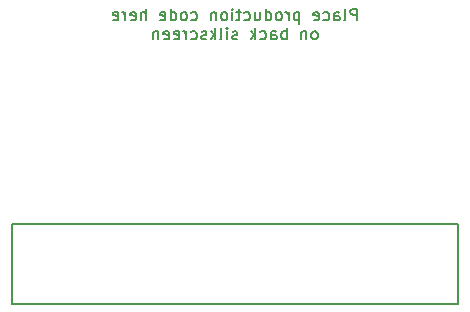
<source format=gbr>
G04 #@! TF.GenerationSoftware,KiCad,Pcbnew,6.0.7-1.fc35*
G04 #@! TF.CreationDate,2022-09-05T19:22:16-05:00*
G04 #@! TF.ProjectId,cam-adapter,63616d2d-6164-4617-9074-65722e6b6963,rev?*
G04 #@! TF.SameCoordinates,Original*
G04 #@! TF.FileFunction,AssemblyDrawing,Bot*
%FSLAX46Y46*%
G04 Gerber Fmt 4.6, Leading zero omitted, Abs format (unit mm)*
G04 Created by KiCad (PCBNEW 6.0.7-1.fc35) date 2022-09-05 19:22:16*
%MOMM*%
%LPD*%
G01*
G04 APERTURE LIST*
%ADD10C,0.150000*%
%ADD11C,0.127000*%
G04 APERTURE END LIST*
D10*
X132833333Y-72897380D02*
X132833333Y-71897380D01*
X132452380Y-71897380D01*
X132357142Y-71945000D01*
X132309523Y-71992619D01*
X132261904Y-72087857D01*
X132261904Y-72230714D01*
X132309523Y-72325952D01*
X132357142Y-72373571D01*
X132452380Y-72421190D01*
X132833333Y-72421190D01*
X131690476Y-72897380D02*
X131785714Y-72849761D01*
X131833333Y-72754523D01*
X131833333Y-71897380D01*
X130880952Y-72897380D02*
X130880952Y-72373571D01*
X130928571Y-72278333D01*
X131023809Y-72230714D01*
X131214285Y-72230714D01*
X131309523Y-72278333D01*
X130880952Y-72849761D02*
X130976190Y-72897380D01*
X131214285Y-72897380D01*
X131309523Y-72849761D01*
X131357142Y-72754523D01*
X131357142Y-72659285D01*
X131309523Y-72564047D01*
X131214285Y-72516428D01*
X130976190Y-72516428D01*
X130880952Y-72468809D01*
X129976190Y-72849761D02*
X130071428Y-72897380D01*
X130261904Y-72897380D01*
X130357142Y-72849761D01*
X130404761Y-72802142D01*
X130452380Y-72706904D01*
X130452380Y-72421190D01*
X130404761Y-72325952D01*
X130357142Y-72278333D01*
X130261904Y-72230714D01*
X130071428Y-72230714D01*
X129976190Y-72278333D01*
X129166666Y-72849761D02*
X129261904Y-72897380D01*
X129452380Y-72897380D01*
X129547619Y-72849761D01*
X129595238Y-72754523D01*
X129595238Y-72373571D01*
X129547619Y-72278333D01*
X129452380Y-72230714D01*
X129261904Y-72230714D01*
X129166666Y-72278333D01*
X129119047Y-72373571D01*
X129119047Y-72468809D01*
X129595238Y-72564047D01*
X127928571Y-72230714D02*
X127928571Y-73230714D01*
X127928571Y-72278333D02*
X127833333Y-72230714D01*
X127642857Y-72230714D01*
X127547619Y-72278333D01*
X127500000Y-72325952D01*
X127452380Y-72421190D01*
X127452380Y-72706904D01*
X127500000Y-72802142D01*
X127547619Y-72849761D01*
X127642857Y-72897380D01*
X127833333Y-72897380D01*
X127928571Y-72849761D01*
X127023809Y-72897380D02*
X127023809Y-72230714D01*
X127023809Y-72421190D02*
X126976190Y-72325952D01*
X126928571Y-72278333D01*
X126833333Y-72230714D01*
X126738095Y-72230714D01*
X126261904Y-72897380D02*
X126357142Y-72849761D01*
X126404761Y-72802142D01*
X126452380Y-72706904D01*
X126452380Y-72421190D01*
X126404761Y-72325952D01*
X126357142Y-72278333D01*
X126261904Y-72230714D01*
X126119047Y-72230714D01*
X126023809Y-72278333D01*
X125976190Y-72325952D01*
X125928571Y-72421190D01*
X125928571Y-72706904D01*
X125976190Y-72802142D01*
X126023809Y-72849761D01*
X126119047Y-72897380D01*
X126261904Y-72897380D01*
X125071428Y-72897380D02*
X125071428Y-71897380D01*
X125071428Y-72849761D02*
X125166666Y-72897380D01*
X125357142Y-72897380D01*
X125452380Y-72849761D01*
X125500000Y-72802142D01*
X125547619Y-72706904D01*
X125547619Y-72421190D01*
X125500000Y-72325952D01*
X125452380Y-72278333D01*
X125357142Y-72230714D01*
X125166666Y-72230714D01*
X125071428Y-72278333D01*
X124166666Y-72230714D02*
X124166666Y-72897380D01*
X124595238Y-72230714D02*
X124595238Y-72754523D01*
X124547619Y-72849761D01*
X124452380Y-72897380D01*
X124309523Y-72897380D01*
X124214285Y-72849761D01*
X124166666Y-72802142D01*
X123261904Y-72849761D02*
X123357142Y-72897380D01*
X123547619Y-72897380D01*
X123642857Y-72849761D01*
X123690476Y-72802142D01*
X123738095Y-72706904D01*
X123738095Y-72421190D01*
X123690476Y-72325952D01*
X123642857Y-72278333D01*
X123547619Y-72230714D01*
X123357142Y-72230714D01*
X123261904Y-72278333D01*
X122976190Y-72230714D02*
X122595238Y-72230714D01*
X122833333Y-71897380D02*
X122833333Y-72754523D01*
X122785714Y-72849761D01*
X122690476Y-72897380D01*
X122595238Y-72897380D01*
X122261904Y-72897380D02*
X122261904Y-72230714D01*
X122261904Y-71897380D02*
X122309523Y-71945000D01*
X122261904Y-71992619D01*
X122214285Y-71945000D01*
X122261904Y-71897380D01*
X122261904Y-71992619D01*
X121642857Y-72897380D02*
X121738095Y-72849761D01*
X121785714Y-72802142D01*
X121833333Y-72706904D01*
X121833333Y-72421190D01*
X121785714Y-72325952D01*
X121738095Y-72278333D01*
X121642857Y-72230714D01*
X121500000Y-72230714D01*
X121404761Y-72278333D01*
X121357142Y-72325952D01*
X121309523Y-72421190D01*
X121309523Y-72706904D01*
X121357142Y-72802142D01*
X121404761Y-72849761D01*
X121500000Y-72897380D01*
X121642857Y-72897380D01*
X120880952Y-72230714D02*
X120880952Y-72897380D01*
X120880952Y-72325952D02*
X120833333Y-72278333D01*
X120738095Y-72230714D01*
X120595238Y-72230714D01*
X120500000Y-72278333D01*
X120452380Y-72373571D01*
X120452380Y-72897380D01*
X118785714Y-72849761D02*
X118880952Y-72897380D01*
X119071428Y-72897380D01*
X119166666Y-72849761D01*
X119214285Y-72802142D01*
X119261904Y-72706904D01*
X119261904Y-72421190D01*
X119214285Y-72325952D01*
X119166666Y-72278333D01*
X119071428Y-72230714D01*
X118880952Y-72230714D01*
X118785714Y-72278333D01*
X118214285Y-72897380D02*
X118309523Y-72849761D01*
X118357142Y-72802142D01*
X118404761Y-72706904D01*
X118404761Y-72421190D01*
X118357142Y-72325952D01*
X118309523Y-72278333D01*
X118214285Y-72230714D01*
X118071428Y-72230714D01*
X117976190Y-72278333D01*
X117928571Y-72325952D01*
X117880952Y-72421190D01*
X117880952Y-72706904D01*
X117928571Y-72802142D01*
X117976190Y-72849761D01*
X118071428Y-72897380D01*
X118214285Y-72897380D01*
X117023809Y-72897380D02*
X117023809Y-71897380D01*
X117023809Y-72849761D02*
X117119047Y-72897380D01*
X117309523Y-72897380D01*
X117404761Y-72849761D01*
X117452380Y-72802142D01*
X117500000Y-72706904D01*
X117500000Y-72421190D01*
X117452380Y-72325952D01*
X117404761Y-72278333D01*
X117309523Y-72230714D01*
X117119047Y-72230714D01*
X117023809Y-72278333D01*
X116166666Y-72849761D02*
X116261904Y-72897380D01*
X116452380Y-72897380D01*
X116547619Y-72849761D01*
X116595238Y-72754523D01*
X116595238Y-72373571D01*
X116547619Y-72278333D01*
X116452380Y-72230714D01*
X116261904Y-72230714D01*
X116166666Y-72278333D01*
X116119047Y-72373571D01*
X116119047Y-72468809D01*
X116595238Y-72564047D01*
X114928571Y-72897380D02*
X114928571Y-71897380D01*
X114500000Y-72897380D02*
X114500000Y-72373571D01*
X114547619Y-72278333D01*
X114642857Y-72230714D01*
X114785714Y-72230714D01*
X114880952Y-72278333D01*
X114928571Y-72325952D01*
X113642857Y-72849761D02*
X113738095Y-72897380D01*
X113928571Y-72897380D01*
X114023809Y-72849761D01*
X114071428Y-72754523D01*
X114071428Y-72373571D01*
X114023809Y-72278333D01*
X113928571Y-72230714D01*
X113738095Y-72230714D01*
X113642857Y-72278333D01*
X113595238Y-72373571D01*
X113595238Y-72468809D01*
X114071428Y-72564047D01*
X113166666Y-72897380D02*
X113166666Y-72230714D01*
X113166666Y-72421190D02*
X113119047Y-72325952D01*
X113071428Y-72278333D01*
X112976190Y-72230714D01*
X112880952Y-72230714D01*
X112166666Y-72849761D02*
X112261904Y-72897380D01*
X112452380Y-72897380D01*
X112547619Y-72849761D01*
X112595238Y-72754523D01*
X112595238Y-72373571D01*
X112547619Y-72278333D01*
X112452380Y-72230714D01*
X112261904Y-72230714D01*
X112166666Y-72278333D01*
X112119047Y-72373571D01*
X112119047Y-72468809D01*
X112595238Y-72564047D01*
X129285714Y-74507380D02*
X129380952Y-74459761D01*
X129428571Y-74412142D01*
X129476190Y-74316904D01*
X129476190Y-74031190D01*
X129428571Y-73935952D01*
X129380952Y-73888333D01*
X129285714Y-73840714D01*
X129142857Y-73840714D01*
X129047619Y-73888333D01*
X129000000Y-73935952D01*
X128952380Y-74031190D01*
X128952380Y-74316904D01*
X129000000Y-74412142D01*
X129047619Y-74459761D01*
X129142857Y-74507380D01*
X129285714Y-74507380D01*
X128523809Y-73840714D02*
X128523809Y-74507380D01*
X128523809Y-73935952D02*
X128476190Y-73888333D01*
X128380952Y-73840714D01*
X128238095Y-73840714D01*
X128142857Y-73888333D01*
X128095238Y-73983571D01*
X128095238Y-74507380D01*
X126857142Y-74507380D02*
X126857142Y-73507380D01*
X126857142Y-73888333D02*
X126761904Y-73840714D01*
X126571428Y-73840714D01*
X126476190Y-73888333D01*
X126428571Y-73935952D01*
X126380952Y-74031190D01*
X126380952Y-74316904D01*
X126428571Y-74412142D01*
X126476190Y-74459761D01*
X126571428Y-74507380D01*
X126761904Y-74507380D01*
X126857142Y-74459761D01*
X125523809Y-74507380D02*
X125523809Y-73983571D01*
X125571428Y-73888333D01*
X125666666Y-73840714D01*
X125857142Y-73840714D01*
X125952380Y-73888333D01*
X125523809Y-74459761D02*
X125619047Y-74507380D01*
X125857142Y-74507380D01*
X125952380Y-74459761D01*
X126000000Y-74364523D01*
X126000000Y-74269285D01*
X125952380Y-74174047D01*
X125857142Y-74126428D01*
X125619047Y-74126428D01*
X125523809Y-74078809D01*
X124619047Y-74459761D02*
X124714285Y-74507380D01*
X124904761Y-74507380D01*
X125000000Y-74459761D01*
X125047619Y-74412142D01*
X125095238Y-74316904D01*
X125095238Y-74031190D01*
X125047619Y-73935952D01*
X125000000Y-73888333D01*
X124904761Y-73840714D01*
X124714285Y-73840714D01*
X124619047Y-73888333D01*
X124190476Y-74507380D02*
X124190476Y-73507380D01*
X124095238Y-74126428D02*
X123809523Y-74507380D01*
X123809523Y-73840714D02*
X124190476Y-74221666D01*
X122666666Y-74459761D02*
X122571428Y-74507380D01*
X122380952Y-74507380D01*
X122285714Y-74459761D01*
X122238095Y-74364523D01*
X122238095Y-74316904D01*
X122285714Y-74221666D01*
X122380952Y-74174047D01*
X122523809Y-74174047D01*
X122619047Y-74126428D01*
X122666666Y-74031190D01*
X122666666Y-73983571D01*
X122619047Y-73888333D01*
X122523809Y-73840714D01*
X122380952Y-73840714D01*
X122285714Y-73888333D01*
X121809523Y-74507380D02*
X121809523Y-73840714D01*
X121809523Y-73507380D02*
X121857142Y-73555000D01*
X121809523Y-73602619D01*
X121761904Y-73555000D01*
X121809523Y-73507380D01*
X121809523Y-73602619D01*
X121190476Y-74507380D02*
X121285714Y-74459761D01*
X121333333Y-74364523D01*
X121333333Y-73507380D01*
X120809523Y-74507380D02*
X120809523Y-73507380D01*
X120714285Y-74126428D02*
X120428571Y-74507380D01*
X120428571Y-73840714D02*
X120809523Y-74221666D01*
X120047619Y-74459761D02*
X119952380Y-74507380D01*
X119761904Y-74507380D01*
X119666666Y-74459761D01*
X119619047Y-74364523D01*
X119619047Y-74316904D01*
X119666666Y-74221666D01*
X119761904Y-74174047D01*
X119904761Y-74174047D01*
X120000000Y-74126428D01*
X120047619Y-74031190D01*
X120047619Y-73983571D01*
X120000000Y-73888333D01*
X119904761Y-73840714D01*
X119761904Y-73840714D01*
X119666666Y-73888333D01*
X118761904Y-74459761D02*
X118857142Y-74507380D01*
X119047619Y-74507380D01*
X119142857Y-74459761D01*
X119190476Y-74412142D01*
X119238095Y-74316904D01*
X119238095Y-74031190D01*
X119190476Y-73935952D01*
X119142857Y-73888333D01*
X119047619Y-73840714D01*
X118857142Y-73840714D01*
X118761904Y-73888333D01*
X118333333Y-74507380D02*
X118333333Y-73840714D01*
X118333333Y-74031190D02*
X118285714Y-73935952D01*
X118238095Y-73888333D01*
X118142857Y-73840714D01*
X118047619Y-73840714D01*
X117333333Y-74459761D02*
X117428571Y-74507380D01*
X117619047Y-74507380D01*
X117714285Y-74459761D01*
X117761904Y-74364523D01*
X117761904Y-73983571D01*
X117714285Y-73888333D01*
X117619047Y-73840714D01*
X117428571Y-73840714D01*
X117333333Y-73888333D01*
X117285714Y-73983571D01*
X117285714Y-74078809D01*
X117761904Y-74174047D01*
X116476190Y-74459761D02*
X116571428Y-74507380D01*
X116761904Y-74507380D01*
X116857142Y-74459761D01*
X116904761Y-74364523D01*
X116904761Y-73983571D01*
X116857142Y-73888333D01*
X116761904Y-73840714D01*
X116571428Y-73840714D01*
X116476190Y-73888333D01*
X116428571Y-73983571D01*
X116428571Y-74078809D01*
X116904761Y-74174047D01*
X116000000Y-73840714D02*
X116000000Y-74507380D01*
X116000000Y-73935952D02*
X115952380Y-73888333D01*
X115857142Y-73840714D01*
X115714285Y-73840714D01*
X115619047Y-73888333D01*
X115571428Y-73983571D01*
X115571428Y-74507380D01*
D11*
G04 #@! TO.C,J2*
X141400000Y-90100000D02*
X103600000Y-90100000D01*
X103600000Y-90100000D02*
X103600000Y-96900000D01*
X103600000Y-96900000D02*
X141400000Y-96900000D01*
X141400000Y-96900000D02*
X141400000Y-90100000D01*
G04 #@! TD*
M02*

</source>
